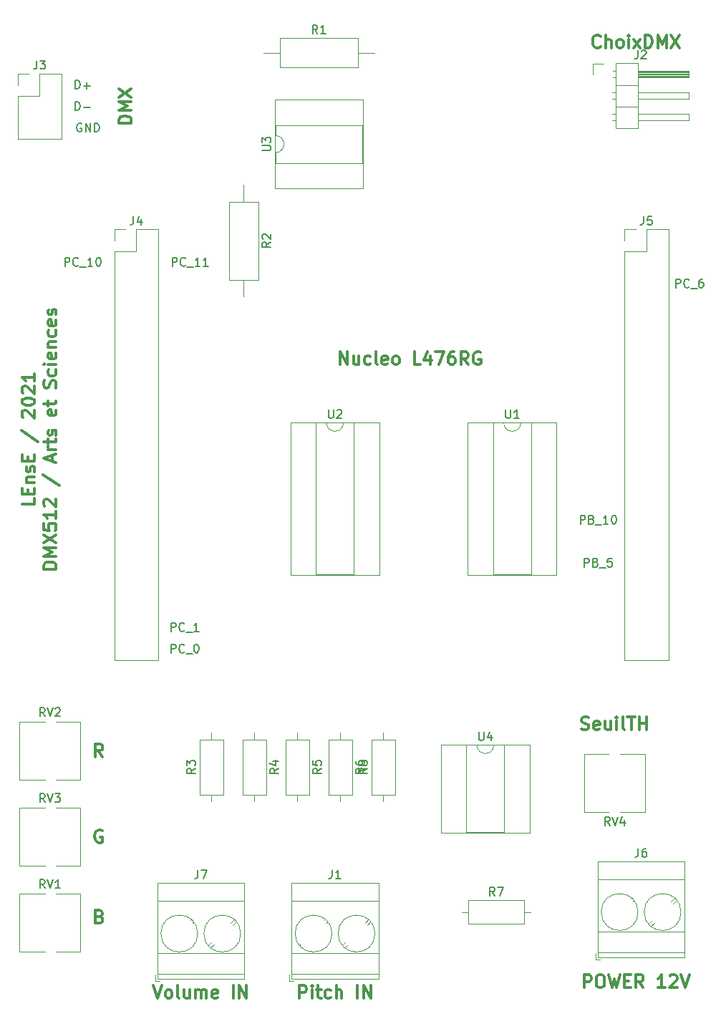
<source format=gbr>
%TF.GenerationSoftware,KiCad,Pcbnew,(5.0.1)-4*%
%TF.CreationDate,2021-03-18T16:30:48+01:00*%
%TF.ProjectId,carteDmx512,6361727465446D783531322E6B696361,rev?*%
%TF.SameCoordinates,Original*%
%TF.FileFunction,Legend,Top*%
%TF.FilePolarity,Positive*%
%FSLAX46Y46*%
G04 Gerber Fmt 4.6, Leading zero omitted, Abs format (unit mm)*
G04 Created by KiCad (PCBNEW (5.0.1)-4) date 18/03/2021 16:30:48*
%MOMM*%
%LPD*%
G01*
G04 APERTURE LIST*
%ADD10C,0.300000*%
%ADD11C,0.150000*%
%ADD12C,0.120000*%
G04 APERTURE END LIST*
D10*
X205783571Y-59749285D02*
X204283571Y-59749285D01*
X204283571Y-59392142D01*
X204355000Y-59177857D01*
X204497857Y-59035000D01*
X204640714Y-58963571D01*
X204926428Y-58892142D01*
X205140714Y-58892142D01*
X205426428Y-58963571D01*
X205569285Y-59035000D01*
X205712142Y-59177857D01*
X205783571Y-59392142D01*
X205783571Y-59749285D01*
X205783571Y-58249285D02*
X204283571Y-58249285D01*
X205355000Y-57749285D01*
X204283571Y-57249285D01*
X205783571Y-57249285D01*
X204283571Y-56677857D02*
X205783571Y-55677857D01*
X204283571Y-55677857D02*
X205783571Y-56677857D01*
X261251428Y-50700714D02*
X261180000Y-50772142D01*
X260965714Y-50843571D01*
X260822857Y-50843571D01*
X260608571Y-50772142D01*
X260465714Y-50629285D01*
X260394285Y-50486428D01*
X260322857Y-50200714D01*
X260322857Y-49986428D01*
X260394285Y-49700714D01*
X260465714Y-49557857D01*
X260608571Y-49415000D01*
X260822857Y-49343571D01*
X260965714Y-49343571D01*
X261180000Y-49415000D01*
X261251428Y-49486428D01*
X261894285Y-50843571D02*
X261894285Y-49343571D01*
X262537142Y-50843571D02*
X262537142Y-50057857D01*
X262465714Y-49915000D01*
X262322857Y-49843571D01*
X262108571Y-49843571D01*
X261965714Y-49915000D01*
X261894285Y-49986428D01*
X263465714Y-50843571D02*
X263322857Y-50772142D01*
X263251428Y-50700714D01*
X263180000Y-50557857D01*
X263180000Y-50129285D01*
X263251428Y-49986428D01*
X263322857Y-49915000D01*
X263465714Y-49843571D01*
X263680000Y-49843571D01*
X263822857Y-49915000D01*
X263894285Y-49986428D01*
X263965714Y-50129285D01*
X263965714Y-50557857D01*
X263894285Y-50700714D01*
X263822857Y-50772142D01*
X263680000Y-50843571D01*
X263465714Y-50843571D01*
X264608571Y-50843571D02*
X264608571Y-49843571D01*
X264608571Y-49343571D02*
X264537142Y-49415000D01*
X264608571Y-49486428D01*
X264680000Y-49415000D01*
X264608571Y-49343571D01*
X264608571Y-49486428D01*
X265180000Y-50843571D02*
X265965714Y-49843571D01*
X265180000Y-49843571D02*
X265965714Y-50843571D01*
X266537142Y-50843571D02*
X266537142Y-49343571D01*
X266894285Y-49343571D01*
X267108571Y-49415000D01*
X267251428Y-49557857D01*
X267322857Y-49700714D01*
X267394285Y-49986428D01*
X267394285Y-50200714D01*
X267322857Y-50486428D01*
X267251428Y-50629285D01*
X267108571Y-50772142D01*
X266894285Y-50843571D01*
X266537142Y-50843571D01*
X268037142Y-50843571D02*
X268037142Y-49343571D01*
X268537142Y-50415000D01*
X269037142Y-49343571D01*
X269037142Y-50843571D01*
X269608571Y-49343571D02*
X270608571Y-50843571D01*
X270608571Y-49343571D02*
X269608571Y-50843571D01*
X230474285Y-88308571D02*
X230474285Y-86808571D01*
X231331428Y-88308571D01*
X231331428Y-86808571D01*
X232688571Y-87308571D02*
X232688571Y-88308571D01*
X232045714Y-87308571D02*
X232045714Y-88094285D01*
X232117142Y-88237142D01*
X232260000Y-88308571D01*
X232474285Y-88308571D01*
X232617142Y-88237142D01*
X232688571Y-88165714D01*
X234045714Y-88237142D02*
X233902857Y-88308571D01*
X233617142Y-88308571D01*
X233474285Y-88237142D01*
X233402857Y-88165714D01*
X233331428Y-88022857D01*
X233331428Y-87594285D01*
X233402857Y-87451428D01*
X233474285Y-87380000D01*
X233617142Y-87308571D01*
X233902857Y-87308571D01*
X234045714Y-87380000D01*
X234902857Y-88308571D02*
X234760000Y-88237142D01*
X234688571Y-88094285D01*
X234688571Y-86808571D01*
X236045714Y-88237142D02*
X235902857Y-88308571D01*
X235617142Y-88308571D01*
X235474285Y-88237142D01*
X235402857Y-88094285D01*
X235402857Y-87522857D01*
X235474285Y-87380000D01*
X235617142Y-87308571D01*
X235902857Y-87308571D01*
X236045714Y-87380000D01*
X236117142Y-87522857D01*
X236117142Y-87665714D01*
X235402857Y-87808571D01*
X236974285Y-88308571D02*
X236831428Y-88237142D01*
X236760000Y-88165714D01*
X236688571Y-88022857D01*
X236688571Y-87594285D01*
X236760000Y-87451428D01*
X236831428Y-87380000D01*
X236974285Y-87308571D01*
X237188571Y-87308571D01*
X237331428Y-87380000D01*
X237402857Y-87451428D01*
X237474285Y-87594285D01*
X237474285Y-88022857D01*
X237402857Y-88165714D01*
X237331428Y-88237142D01*
X237188571Y-88308571D01*
X236974285Y-88308571D01*
X239974285Y-88308571D02*
X239260000Y-88308571D01*
X239260000Y-86808571D01*
X241117142Y-87308571D02*
X241117142Y-88308571D01*
X240760000Y-86737142D02*
X240402857Y-87808571D01*
X241331428Y-87808571D01*
X241760000Y-86808571D02*
X242760000Y-86808571D01*
X242117142Y-88308571D01*
X243974285Y-86808571D02*
X243688571Y-86808571D01*
X243545714Y-86880000D01*
X243474285Y-86951428D01*
X243331428Y-87165714D01*
X243260000Y-87451428D01*
X243260000Y-88022857D01*
X243331428Y-88165714D01*
X243402857Y-88237142D01*
X243545714Y-88308571D01*
X243831428Y-88308571D01*
X243974285Y-88237142D01*
X244045714Y-88165714D01*
X244117142Y-88022857D01*
X244117142Y-87665714D01*
X244045714Y-87522857D01*
X243974285Y-87451428D01*
X243831428Y-87380000D01*
X243545714Y-87380000D01*
X243402857Y-87451428D01*
X243331428Y-87522857D01*
X243260000Y-87665714D01*
X245617142Y-88308571D02*
X245117142Y-87594285D01*
X244760000Y-88308571D02*
X244760000Y-86808571D01*
X245331428Y-86808571D01*
X245474285Y-86880000D01*
X245545714Y-86951428D01*
X245617142Y-87094285D01*
X245617142Y-87308571D01*
X245545714Y-87451428D01*
X245474285Y-87522857D01*
X245331428Y-87594285D01*
X244760000Y-87594285D01*
X247045714Y-86880000D02*
X246902857Y-86808571D01*
X246688571Y-86808571D01*
X246474285Y-86880000D01*
X246331428Y-87022857D01*
X246260000Y-87165714D01*
X246188571Y-87451428D01*
X246188571Y-87665714D01*
X246260000Y-87951428D01*
X246331428Y-88094285D01*
X246474285Y-88237142D01*
X246688571Y-88308571D01*
X246831428Y-88308571D01*
X247045714Y-88237142D01*
X247117142Y-88165714D01*
X247117142Y-87665714D01*
X246831428Y-87665714D01*
X259032857Y-131417142D02*
X259247142Y-131488571D01*
X259604285Y-131488571D01*
X259747142Y-131417142D01*
X259818571Y-131345714D01*
X259890000Y-131202857D01*
X259890000Y-131060000D01*
X259818571Y-130917142D01*
X259747142Y-130845714D01*
X259604285Y-130774285D01*
X259318571Y-130702857D01*
X259175714Y-130631428D01*
X259104285Y-130560000D01*
X259032857Y-130417142D01*
X259032857Y-130274285D01*
X259104285Y-130131428D01*
X259175714Y-130060000D01*
X259318571Y-129988571D01*
X259675714Y-129988571D01*
X259890000Y-130060000D01*
X261104285Y-131417142D02*
X260961428Y-131488571D01*
X260675714Y-131488571D01*
X260532857Y-131417142D01*
X260461428Y-131274285D01*
X260461428Y-130702857D01*
X260532857Y-130560000D01*
X260675714Y-130488571D01*
X260961428Y-130488571D01*
X261104285Y-130560000D01*
X261175714Y-130702857D01*
X261175714Y-130845714D01*
X260461428Y-130988571D01*
X262461428Y-130488571D02*
X262461428Y-131488571D01*
X261818571Y-130488571D02*
X261818571Y-131274285D01*
X261890000Y-131417142D01*
X262032857Y-131488571D01*
X262247142Y-131488571D01*
X262390000Y-131417142D01*
X262461428Y-131345714D01*
X263175714Y-131488571D02*
X263175714Y-130488571D01*
X263175714Y-129988571D02*
X263104285Y-130060000D01*
X263175714Y-130131428D01*
X263247142Y-130060000D01*
X263175714Y-129988571D01*
X263175714Y-130131428D01*
X264104285Y-131488571D02*
X263961428Y-131417142D01*
X263890000Y-131274285D01*
X263890000Y-129988571D01*
X264461428Y-129988571D02*
X265318571Y-129988571D01*
X264890000Y-131488571D02*
X264890000Y-129988571D01*
X265818571Y-131488571D02*
X265818571Y-129988571D01*
X265818571Y-130702857D02*
X266675714Y-130702857D01*
X266675714Y-131488571D02*
X266675714Y-129988571D01*
X202037142Y-153562857D02*
X202251428Y-153634285D01*
X202322857Y-153705714D01*
X202394285Y-153848571D01*
X202394285Y-154062857D01*
X202322857Y-154205714D01*
X202251428Y-154277142D01*
X202108571Y-154348571D01*
X201537142Y-154348571D01*
X201537142Y-152848571D01*
X202037142Y-152848571D01*
X202180000Y-152920000D01*
X202251428Y-152991428D01*
X202322857Y-153134285D01*
X202322857Y-153277142D01*
X202251428Y-153420000D01*
X202180000Y-153491428D01*
X202037142Y-153562857D01*
X201537142Y-153562857D01*
X202322857Y-143395000D02*
X202180000Y-143323571D01*
X201965714Y-143323571D01*
X201751428Y-143395000D01*
X201608571Y-143537857D01*
X201537142Y-143680714D01*
X201465714Y-143966428D01*
X201465714Y-144180714D01*
X201537142Y-144466428D01*
X201608571Y-144609285D01*
X201751428Y-144752142D01*
X201965714Y-144823571D01*
X202108571Y-144823571D01*
X202322857Y-144752142D01*
X202394285Y-144680714D01*
X202394285Y-144180714D01*
X202108571Y-144180714D01*
X202394285Y-134663571D02*
X201894285Y-133949285D01*
X201537142Y-134663571D02*
X201537142Y-133163571D01*
X202108571Y-133163571D01*
X202251428Y-133235000D01*
X202322857Y-133306428D01*
X202394285Y-133449285D01*
X202394285Y-133663571D01*
X202322857Y-133806428D01*
X202251428Y-133877857D01*
X202108571Y-133949285D01*
X201537142Y-133949285D01*
X259322857Y-161968571D02*
X259322857Y-160468571D01*
X259894285Y-160468571D01*
X260037142Y-160540000D01*
X260108571Y-160611428D01*
X260180000Y-160754285D01*
X260180000Y-160968571D01*
X260108571Y-161111428D01*
X260037142Y-161182857D01*
X259894285Y-161254285D01*
X259322857Y-161254285D01*
X261108571Y-160468571D02*
X261394285Y-160468571D01*
X261537142Y-160540000D01*
X261680000Y-160682857D01*
X261751428Y-160968571D01*
X261751428Y-161468571D01*
X261680000Y-161754285D01*
X261537142Y-161897142D01*
X261394285Y-161968571D01*
X261108571Y-161968571D01*
X260965714Y-161897142D01*
X260822857Y-161754285D01*
X260751428Y-161468571D01*
X260751428Y-160968571D01*
X260822857Y-160682857D01*
X260965714Y-160540000D01*
X261108571Y-160468571D01*
X262251428Y-160468571D02*
X262608571Y-161968571D01*
X262894285Y-160897142D01*
X263180000Y-161968571D01*
X263537142Y-160468571D01*
X264108571Y-161182857D02*
X264608571Y-161182857D01*
X264822857Y-161968571D02*
X264108571Y-161968571D01*
X264108571Y-160468571D01*
X264822857Y-160468571D01*
X266322857Y-161968571D02*
X265822857Y-161254285D01*
X265465714Y-161968571D02*
X265465714Y-160468571D01*
X266037142Y-160468571D01*
X266180000Y-160540000D01*
X266251428Y-160611428D01*
X266322857Y-160754285D01*
X266322857Y-160968571D01*
X266251428Y-161111428D01*
X266180000Y-161182857D01*
X266037142Y-161254285D01*
X265465714Y-161254285D01*
X268894285Y-161968571D02*
X268037142Y-161968571D01*
X268465714Y-161968571D02*
X268465714Y-160468571D01*
X268322857Y-160682857D01*
X268180000Y-160825714D01*
X268037142Y-160897142D01*
X269465714Y-160611428D02*
X269537142Y-160540000D01*
X269680000Y-160468571D01*
X270037142Y-160468571D01*
X270180000Y-160540000D01*
X270251428Y-160611428D01*
X270322857Y-160754285D01*
X270322857Y-160897142D01*
X270251428Y-161111428D01*
X269394285Y-161968571D01*
X270322857Y-161968571D01*
X270751428Y-160468571D02*
X271251428Y-161968571D01*
X271751428Y-160468571D01*
X225655714Y-163238571D02*
X225655714Y-161738571D01*
X226227142Y-161738571D01*
X226370000Y-161810000D01*
X226441428Y-161881428D01*
X226512857Y-162024285D01*
X226512857Y-162238571D01*
X226441428Y-162381428D01*
X226370000Y-162452857D01*
X226227142Y-162524285D01*
X225655714Y-162524285D01*
X227155714Y-163238571D02*
X227155714Y-162238571D01*
X227155714Y-161738571D02*
X227084285Y-161810000D01*
X227155714Y-161881428D01*
X227227142Y-161810000D01*
X227155714Y-161738571D01*
X227155714Y-161881428D01*
X227655714Y-162238571D02*
X228227142Y-162238571D01*
X227870000Y-161738571D02*
X227870000Y-163024285D01*
X227941428Y-163167142D01*
X228084285Y-163238571D01*
X228227142Y-163238571D01*
X229370000Y-163167142D02*
X229227142Y-163238571D01*
X228941428Y-163238571D01*
X228798571Y-163167142D01*
X228727142Y-163095714D01*
X228655714Y-162952857D01*
X228655714Y-162524285D01*
X228727142Y-162381428D01*
X228798571Y-162310000D01*
X228941428Y-162238571D01*
X229227142Y-162238571D01*
X229370000Y-162310000D01*
X230012857Y-163238571D02*
X230012857Y-161738571D01*
X230655714Y-163238571D02*
X230655714Y-162452857D01*
X230584285Y-162310000D01*
X230441428Y-162238571D01*
X230227142Y-162238571D01*
X230084285Y-162310000D01*
X230012857Y-162381428D01*
X232512857Y-163238571D02*
X232512857Y-161738571D01*
X233227142Y-163238571D02*
X233227142Y-161738571D01*
X234084285Y-163238571D01*
X234084285Y-161738571D01*
X208387857Y-161738571D02*
X208887857Y-163238571D01*
X209387857Y-161738571D01*
X210102142Y-163238571D02*
X209959285Y-163167142D01*
X209887857Y-163095714D01*
X209816428Y-162952857D01*
X209816428Y-162524285D01*
X209887857Y-162381428D01*
X209959285Y-162310000D01*
X210102142Y-162238571D01*
X210316428Y-162238571D01*
X210459285Y-162310000D01*
X210530714Y-162381428D01*
X210602142Y-162524285D01*
X210602142Y-162952857D01*
X210530714Y-163095714D01*
X210459285Y-163167142D01*
X210316428Y-163238571D01*
X210102142Y-163238571D01*
X211459285Y-163238571D02*
X211316428Y-163167142D01*
X211245000Y-163024285D01*
X211245000Y-161738571D01*
X212673571Y-162238571D02*
X212673571Y-163238571D01*
X212030714Y-162238571D02*
X212030714Y-163024285D01*
X212102142Y-163167142D01*
X212245000Y-163238571D01*
X212459285Y-163238571D01*
X212602142Y-163167142D01*
X212673571Y-163095714D01*
X213387857Y-163238571D02*
X213387857Y-162238571D01*
X213387857Y-162381428D02*
X213459285Y-162310000D01*
X213602142Y-162238571D01*
X213816428Y-162238571D01*
X213959285Y-162310000D01*
X214030714Y-162452857D01*
X214030714Y-163238571D01*
X214030714Y-162452857D02*
X214102142Y-162310000D01*
X214245000Y-162238571D01*
X214459285Y-162238571D01*
X214602142Y-162310000D01*
X214673571Y-162452857D01*
X214673571Y-163238571D01*
X215959285Y-163167142D02*
X215816428Y-163238571D01*
X215530714Y-163238571D01*
X215387857Y-163167142D01*
X215316428Y-163024285D01*
X215316428Y-162452857D01*
X215387857Y-162310000D01*
X215530714Y-162238571D01*
X215816428Y-162238571D01*
X215959285Y-162310000D01*
X216030714Y-162452857D01*
X216030714Y-162595714D01*
X215316428Y-162738571D01*
X217816428Y-163238571D02*
X217816428Y-161738571D01*
X218530714Y-163238571D02*
X218530714Y-161738571D01*
X219387857Y-163238571D01*
X219387857Y-161738571D01*
X194348571Y-104119285D02*
X194348571Y-104833571D01*
X192848571Y-104833571D01*
X193562857Y-103619285D02*
X193562857Y-103119285D01*
X194348571Y-102905000D02*
X194348571Y-103619285D01*
X192848571Y-103619285D01*
X192848571Y-102905000D01*
X193348571Y-102262142D02*
X194348571Y-102262142D01*
X193491428Y-102262142D02*
X193420000Y-102190714D01*
X193348571Y-102047857D01*
X193348571Y-101833571D01*
X193420000Y-101690714D01*
X193562857Y-101619285D01*
X194348571Y-101619285D01*
X194277142Y-100976428D02*
X194348571Y-100833571D01*
X194348571Y-100547857D01*
X194277142Y-100405000D01*
X194134285Y-100333571D01*
X194062857Y-100333571D01*
X193920000Y-100405000D01*
X193848571Y-100547857D01*
X193848571Y-100762142D01*
X193777142Y-100905000D01*
X193634285Y-100976428D01*
X193562857Y-100976428D01*
X193420000Y-100905000D01*
X193348571Y-100762142D01*
X193348571Y-100547857D01*
X193420000Y-100405000D01*
X193562857Y-99690714D02*
X193562857Y-99190714D01*
X194348571Y-98976428D02*
X194348571Y-99690714D01*
X192848571Y-99690714D01*
X192848571Y-98976428D01*
X192777142Y-96119285D02*
X194705714Y-97405000D01*
X192991428Y-94547857D02*
X192920000Y-94476428D01*
X192848571Y-94333571D01*
X192848571Y-93976428D01*
X192920000Y-93833571D01*
X192991428Y-93762142D01*
X193134285Y-93690714D01*
X193277142Y-93690714D01*
X193491428Y-93762142D01*
X194348571Y-94619285D01*
X194348571Y-93690714D01*
X192848571Y-92762142D02*
X192848571Y-92619285D01*
X192920000Y-92476428D01*
X192991428Y-92405000D01*
X193134285Y-92333571D01*
X193420000Y-92262142D01*
X193777142Y-92262142D01*
X194062857Y-92333571D01*
X194205714Y-92405000D01*
X194277142Y-92476428D01*
X194348571Y-92619285D01*
X194348571Y-92762142D01*
X194277142Y-92905000D01*
X194205714Y-92976428D01*
X194062857Y-93047857D01*
X193777142Y-93119285D01*
X193420000Y-93119285D01*
X193134285Y-93047857D01*
X192991428Y-92976428D01*
X192920000Y-92905000D01*
X192848571Y-92762142D01*
X192991428Y-91690714D02*
X192920000Y-91619285D01*
X192848571Y-91476428D01*
X192848571Y-91119285D01*
X192920000Y-90976428D01*
X192991428Y-90905000D01*
X193134285Y-90833571D01*
X193277142Y-90833571D01*
X193491428Y-90905000D01*
X194348571Y-91762142D01*
X194348571Y-90833571D01*
X194348571Y-89405000D02*
X194348571Y-90262142D01*
X194348571Y-89833571D02*
X192848571Y-89833571D01*
X193062857Y-89976428D01*
X193205714Y-90119285D01*
X193277142Y-90262142D01*
X196898571Y-112476428D02*
X195398571Y-112476428D01*
X195398571Y-112119285D01*
X195470000Y-111905000D01*
X195612857Y-111762142D01*
X195755714Y-111690714D01*
X196041428Y-111619285D01*
X196255714Y-111619285D01*
X196541428Y-111690714D01*
X196684285Y-111762142D01*
X196827142Y-111905000D01*
X196898571Y-112119285D01*
X196898571Y-112476428D01*
X196898571Y-110976428D02*
X195398571Y-110976428D01*
X196470000Y-110476428D01*
X195398571Y-109976428D01*
X196898571Y-109976428D01*
X195398571Y-109405000D02*
X196898571Y-108405000D01*
X195398571Y-108405000D02*
X196898571Y-109405000D01*
X195398571Y-107119285D02*
X195398571Y-107833571D01*
X196112857Y-107905000D01*
X196041428Y-107833571D01*
X195970000Y-107690714D01*
X195970000Y-107333571D01*
X196041428Y-107190714D01*
X196112857Y-107119285D01*
X196255714Y-107047857D01*
X196612857Y-107047857D01*
X196755714Y-107119285D01*
X196827142Y-107190714D01*
X196898571Y-107333571D01*
X196898571Y-107690714D01*
X196827142Y-107833571D01*
X196755714Y-107905000D01*
X196898571Y-105619285D02*
X196898571Y-106476428D01*
X196898571Y-106047857D02*
X195398571Y-106047857D01*
X195612857Y-106190714D01*
X195755714Y-106333571D01*
X195827142Y-106476428D01*
X195541428Y-105047857D02*
X195470000Y-104976428D01*
X195398571Y-104833571D01*
X195398571Y-104476428D01*
X195470000Y-104333571D01*
X195541428Y-104262142D01*
X195684285Y-104190714D01*
X195827142Y-104190714D01*
X196041428Y-104262142D01*
X196898571Y-105119285D01*
X196898571Y-104190714D01*
X195327142Y-101333571D02*
X197255714Y-102619285D01*
X196470000Y-99762142D02*
X196470000Y-99047857D01*
X196898571Y-99905000D02*
X195398571Y-99405000D01*
X196898571Y-98905000D01*
X196898571Y-98405000D02*
X195898571Y-98405000D01*
X196184285Y-98405000D02*
X196041428Y-98333571D01*
X195970000Y-98262142D01*
X195898571Y-98119285D01*
X195898571Y-97976428D01*
X195898571Y-97690714D02*
X195898571Y-97119285D01*
X195398571Y-97476428D02*
X196684285Y-97476428D01*
X196827142Y-97405000D01*
X196898571Y-97262142D01*
X196898571Y-97119285D01*
X196827142Y-96690714D02*
X196898571Y-96547857D01*
X196898571Y-96262142D01*
X196827142Y-96119285D01*
X196684285Y-96047857D01*
X196612857Y-96047857D01*
X196470000Y-96119285D01*
X196398571Y-96262142D01*
X196398571Y-96476428D01*
X196327142Y-96619285D01*
X196184285Y-96690714D01*
X196112857Y-96690714D01*
X195970000Y-96619285D01*
X195898571Y-96476428D01*
X195898571Y-96262142D01*
X195970000Y-96119285D01*
X196827142Y-93690714D02*
X196898571Y-93833571D01*
X196898571Y-94119285D01*
X196827142Y-94262142D01*
X196684285Y-94333571D01*
X196112857Y-94333571D01*
X195970000Y-94262142D01*
X195898571Y-94119285D01*
X195898571Y-93833571D01*
X195970000Y-93690714D01*
X196112857Y-93619285D01*
X196255714Y-93619285D01*
X196398571Y-94333571D01*
X195898571Y-93190714D02*
X195898571Y-92619285D01*
X195398571Y-92976428D02*
X196684285Y-92976428D01*
X196827142Y-92905000D01*
X196898571Y-92762142D01*
X196898571Y-92619285D01*
X196827142Y-91047857D02*
X196898571Y-90833571D01*
X196898571Y-90476428D01*
X196827142Y-90333571D01*
X196755714Y-90262142D01*
X196612857Y-90190714D01*
X196470000Y-90190714D01*
X196327142Y-90262142D01*
X196255714Y-90333571D01*
X196184285Y-90476428D01*
X196112857Y-90762142D01*
X196041428Y-90905000D01*
X195970000Y-90976428D01*
X195827142Y-91047857D01*
X195684285Y-91047857D01*
X195541428Y-90976428D01*
X195470000Y-90905000D01*
X195398571Y-90762142D01*
X195398571Y-90405000D01*
X195470000Y-90190714D01*
X196827142Y-88905000D02*
X196898571Y-89047857D01*
X196898571Y-89333571D01*
X196827142Y-89476428D01*
X196755714Y-89547857D01*
X196612857Y-89619285D01*
X196184285Y-89619285D01*
X196041428Y-89547857D01*
X195970000Y-89476428D01*
X195898571Y-89333571D01*
X195898571Y-89047857D01*
X195970000Y-88905000D01*
X196898571Y-88262142D02*
X195898571Y-88262142D01*
X195398571Y-88262142D02*
X195470000Y-88333571D01*
X195541428Y-88262142D01*
X195470000Y-88190714D01*
X195398571Y-88262142D01*
X195541428Y-88262142D01*
X196827142Y-86976428D02*
X196898571Y-87119285D01*
X196898571Y-87405000D01*
X196827142Y-87547857D01*
X196684285Y-87619285D01*
X196112857Y-87619285D01*
X195970000Y-87547857D01*
X195898571Y-87405000D01*
X195898571Y-87119285D01*
X195970000Y-86976428D01*
X196112857Y-86905000D01*
X196255714Y-86905000D01*
X196398571Y-87619285D01*
X195898571Y-86262142D02*
X196898571Y-86262142D01*
X196041428Y-86262142D02*
X195970000Y-86190714D01*
X195898571Y-86047857D01*
X195898571Y-85833571D01*
X195970000Y-85690714D01*
X196112857Y-85619285D01*
X196898571Y-85619285D01*
X196827142Y-84262142D02*
X196898571Y-84405000D01*
X196898571Y-84690714D01*
X196827142Y-84833571D01*
X196755714Y-84905000D01*
X196612857Y-84976428D01*
X196184285Y-84976428D01*
X196041428Y-84905000D01*
X195970000Y-84833571D01*
X195898571Y-84690714D01*
X195898571Y-84405000D01*
X195970000Y-84262142D01*
X196827142Y-83047857D02*
X196898571Y-83190714D01*
X196898571Y-83476428D01*
X196827142Y-83619285D01*
X196684285Y-83690714D01*
X196112857Y-83690714D01*
X195970000Y-83619285D01*
X195898571Y-83476428D01*
X195898571Y-83190714D01*
X195970000Y-83047857D01*
X196112857Y-82976428D01*
X196255714Y-82976428D01*
X196398571Y-83690714D01*
X196827142Y-82405000D02*
X196898571Y-82262142D01*
X196898571Y-81976428D01*
X196827142Y-81833571D01*
X196684285Y-81762142D01*
X196612857Y-81762142D01*
X196470000Y-81833571D01*
X196398571Y-81976428D01*
X196398571Y-82190714D01*
X196327142Y-82333571D01*
X196184285Y-82405000D01*
X196112857Y-82405000D01*
X195970000Y-82333571D01*
X195898571Y-82190714D01*
X195898571Y-81976428D01*
X195970000Y-81833571D01*
D11*
X258889761Y-107132380D02*
X258889761Y-106132380D01*
X259270714Y-106132380D01*
X259365952Y-106180000D01*
X259413571Y-106227619D01*
X259461190Y-106322857D01*
X259461190Y-106465714D01*
X259413571Y-106560952D01*
X259365952Y-106608571D01*
X259270714Y-106656190D01*
X258889761Y-106656190D01*
X260223095Y-106608571D02*
X260365952Y-106656190D01*
X260413571Y-106703809D01*
X260461190Y-106799047D01*
X260461190Y-106941904D01*
X260413571Y-107037142D01*
X260365952Y-107084761D01*
X260270714Y-107132380D01*
X259889761Y-107132380D01*
X259889761Y-106132380D01*
X260223095Y-106132380D01*
X260318333Y-106180000D01*
X260365952Y-106227619D01*
X260413571Y-106322857D01*
X260413571Y-106418095D01*
X260365952Y-106513333D01*
X260318333Y-106560952D01*
X260223095Y-106608571D01*
X259889761Y-106608571D01*
X260651666Y-107227619D02*
X261413571Y-107227619D01*
X262175476Y-107132380D02*
X261604047Y-107132380D01*
X261889761Y-107132380D02*
X261889761Y-106132380D01*
X261794523Y-106275238D01*
X261699285Y-106370476D01*
X261604047Y-106418095D01*
X262794523Y-106132380D02*
X262889761Y-106132380D01*
X262985000Y-106180000D01*
X263032619Y-106227619D01*
X263080238Y-106322857D01*
X263127857Y-106513333D01*
X263127857Y-106751428D01*
X263080238Y-106941904D01*
X263032619Y-107037142D01*
X262985000Y-107084761D01*
X262889761Y-107132380D01*
X262794523Y-107132380D01*
X262699285Y-107084761D01*
X262651666Y-107037142D01*
X262604047Y-106941904D01*
X262556428Y-106751428D01*
X262556428Y-106513333D01*
X262604047Y-106322857D01*
X262651666Y-106227619D01*
X262699285Y-106180000D01*
X262794523Y-106132380D01*
X259365952Y-112212380D02*
X259365952Y-111212380D01*
X259746904Y-111212380D01*
X259842142Y-111260000D01*
X259889761Y-111307619D01*
X259937380Y-111402857D01*
X259937380Y-111545714D01*
X259889761Y-111640952D01*
X259842142Y-111688571D01*
X259746904Y-111736190D01*
X259365952Y-111736190D01*
X260699285Y-111688571D02*
X260842142Y-111736190D01*
X260889761Y-111783809D01*
X260937380Y-111879047D01*
X260937380Y-112021904D01*
X260889761Y-112117142D01*
X260842142Y-112164761D01*
X260746904Y-112212380D01*
X260365952Y-112212380D01*
X260365952Y-111212380D01*
X260699285Y-111212380D01*
X260794523Y-111260000D01*
X260842142Y-111307619D01*
X260889761Y-111402857D01*
X260889761Y-111498095D01*
X260842142Y-111593333D01*
X260794523Y-111640952D01*
X260699285Y-111688571D01*
X260365952Y-111688571D01*
X261127857Y-112307619D02*
X261889761Y-112307619D01*
X262604047Y-111212380D02*
X262127857Y-111212380D01*
X262080238Y-111688571D01*
X262127857Y-111640952D01*
X262223095Y-111593333D01*
X262461190Y-111593333D01*
X262556428Y-111640952D01*
X262604047Y-111688571D01*
X262651666Y-111783809D01*
X262651666Y-112021904D01*
X262604047Y-112117142D01*
X262556428Y-112164761D01*
X262461190Y-112212380D01*
X262223095Y-112212380D01*
X262127857Y-112164761D01*
X262080238Y-112117142D01*
X270160952Y-79192380D02*
X270160952Y-78192380D01*
X270541904Y-78192380D01*
X270637142Y-78240000D01*
X270684761Y-78287619D01*
X270732380Y-78382857D01*
X270732380Y-78525714D01*
X270684761Y-78620952D01*
X270637142Y-78668571D01*
X270541904Y-78716190D01*
X270160952Y-78716190D01*
X271732380Y-79097142D02*
X271684761Y-79144761D01*
X271541904Y-79192380D01*
X271446666Y-79192380D01*
X271303809Y-79144761D01*
X271208571Y-79049523D01*
X271160952Y-78954285D01*
X271113333Y-78763809D01*
X271113333Y-78620952D01*
X271160952Y-78430476D01*
X271208571Y-78335238D01*
X271303809Y-78240000D01*
X271446666Y-78192380D01*
X271541904Y-78192380D01*
X271684761Y-78240000D01*
X271732380Y-78287619D01*
X271922857Y-79287619D02*
X272684761Y-79287619D01*
X273351428Y-78192380D02*
X273160952Y-78192380D01*
X273065714Y-78240000D01*
X273018095Y-78287619D01*
X272922857Y-78430476D01*
X272875238Y-78620952D01*
X272875238Y-79001904D01*
X272922857Y-79097142D01*
X272970476Y-79144761D01*
X273065714Y-79192380D01*
X273256190Y-79192380D01*
X273351428Y-79144761D01*
X273399047Y-79097142D01*
X273446666Y-79001904D01*
X273446666Y-78763809D01*
X273399047Y-78668571D01*
X273351428Y-78620952D01*
X273256190Y-78573333D01*
X273065714Y-78573333D01*
X272970476Y-78620952D01*
X272922857Y-78668571D01*
X272875238Y-78763809D01*
X199144047Y-58237380D02*
X199144047Y-57237380D01*
X199382142Y-57237380D01*
X199525000Y-57285000D01*
X199620238Y-57380238D01*
X199667857Y-57475476D01*
X199715476Y-57665952D01*
X199715476Y-57808809D01*
X199667857Y-57999285D01*
X199620238Y-58094523D01*
X199525000Y-58189761D01*
X199382142Y-58237380D01*
X199144047Y-58237380D01*
X200144047Y-57856428D02*
X200905952Y-57856428D01*
X199144047Y-55697380D02*
X199144047Y-54697380D01*
X199382142Y-54697380D01*
X199525000Y-54745000D01*
X199620238Y-54840238D01*
X199667857Y-54935476D01*
X199715476Y-55125952D01*
X199715476Y-55268809D01*
X199667857Y-55459285D01*
X199620238Y-55554523D01*
X199525000Y-55649761D01*
X199382142Y-55697380D01*
X199144047Y-55697380D01*
X200144047Y-55316428D02*
X200905952Y-55316428D01*
X200525000Y-55697380D02*
X200525000Y-54935476D01*
X199898095Y-59825000D02*
X199802857Y-59777380D01*
X199660000Y-59777380D01*
X199517142Y-59825000D01*
X199421904Y-59920238D01*
X199374285Y-60015476D01*
X199326666Y-60205952D01*
X199326666Y-60348809D01*
X199374285Y-60539285D01*
X199421904Y-60634523D01*
X199517142Y-60729761D01*
X199660000Y-60777380D01*
X199755238Y-60777380D01*
X199898095Y-60729761D01*
X199945714Y-60682142D01*
X199945714Y-60348809D01*
X199755238Y-60348809D01*
X200374285Y-60777380D02*
X200374285Y-59777380D01*
X200945714Y-60777380D01*
X200945714Y-59777380D01*
X201421904Y-60777380D02*
X201421904Y-59777380D01*
X201660000Y-59777380D01*
X201802857Y-59825000D01*
X201898095Y-59920238D01*
X201945714Y-60015476D01*
X201993333Y-60205952D01*
X201993333Y-60348809D01*
X201945714Y-60539285D01*
X201898095Y-60634523D01*
X201802857Y-60729761D01*
X201660000Y-60777380D01*
X201421904Y-60777380D01*
X210629761Y-76652380D02*
X210629761Y-75652380D01*
X211010714Y-75652380D01*
X211105952Y-75700000D01*
X211153571Y-75747619D01*
X211201190Y-75842857D01*
X211201190Y-75985714D01*
X211153571Y-76080952D01*
X211105952Y-76128571D01*
X211010714Y-76176190D01*
X210629761Y-76176190D01*
X212201190Y-76557142D02*
X212153571Y-76604761D01*
X212010714Y-76652380D01*
X211915476Y-76652380D01*
X211772619Y-76604761D01*
X211677380Y-76509523D01*
X211629761Y-76414285D01*
X211582142Y-76223809D01*
X211582142Y-76080952D01*
X211629761Y-75890476D01*
X211677380Y-75795238D01*
X211772619Y-75700000D01*
X211915476Y-75652380D01*
X212010714Y-75652380D01*
X212153571Y-75700000D01*
X212201190Y-75747619D01*
X212391666Y-76747619D02*
X213153571Y-76747619D01*
X213915476Y-76652380D02*
X213344047Y-76652380D01*
X213629761Y-76652380D02*
X213629761Y-75652380D01*
X213534523Y-75795238D01*
X213439285Y-75890476D01*
X213344047Y-75938095D01*
X214867857Y-76652380D02*
X214296428Y-76652380D01*
X214582142Y-76652380D02*
X214582142Y-75652380D01*
X214486904Y-75795238D01*
X214391666Y-75890476D01*
X214296428Y-75938095D01*
X197929761Y-76652380D02*
X197929761Y-75652380D01*
X198310714Y-75652380D01*
X198405952Y-75700000D01*
X198453571Y-75747619D01*
X198501190Y-75842857D01*
X198501190Y-75985714D01*
X198453571Y-76080952D01*
X198405952Y-76128571D01*
X198310714Y-76176190D01*
X197929761Y-76176190D01*
X199501190Y-76557142D02*
X199453571Y-76604761D01*
X199310714Y-76652380D01*
X199215476Y-76652380D01*
X199072619Y-76604761D01*
X198977380Y-76509523D01*
X198929761Y-76414285D01*
X198882142Y-76223809D01*
X198882142Y-76080952D01*
X198929761Y-75890476D01*
X198977380Y-75795238D01*
X199072619Y-75700000D01*
X199215476Y-75652380D01*
X199310714Y-75652380D01*
X199453571Y-75700000D01*
X199501190Y-75747619D01*
X199691666Y-76747619D02*
X200453571Y-76747619D01*
X201215476Y-76652380D02*
X200644047Y-76652380D01*
X200929761Y-76652380D02*
X200929761Y-75652380D01*
X200834523Y-75795238D01*
X200739285Y-75890476D01*
X200644047Y-75938095D01*
X201834523Y-75652380D02*
X201929761Y-75652380D01*
X202025000Y-75700000D01*
X202072619Y-75747619D01*
X202120238Y-75842857D01*
X202167857Y-76033333D01*
X202167857Y-76271428D01*
X202120238Y-76461904D01*
X202072619Y-76557142D01*
X202025000Y-76604761D01*
X201929761Y-76652380D01*
X201834523Y-76652380D01*
X201739285Y-76604761D01*
X201691666Y-76557142D01*
X201644047Y-76461904D01*
X201596428Y-76271428D01*
X201596428Y-76033333D01*
X201644047Y-75842857D01*
X201691666Y-75747619D01*
X201739285Y-75700000D01*
X201834523Y-75652380D01*
X210470952Y-119832380D02*
X210470952Y-118832380D01*
X210851904Y-118832380D01*
X210947142Y-118880000D01*
X210994761Y-118927619D01*
X211042380Y-119022857D01*
X211042380Y-119165714D01*
X210994761Y-119260952D01*
X210947142Y-119308571D01*
X210851904Y-119356190D01*
X210470952Y-119356190D01*
X212042380Y-119737142D02*
X211994761Y-119784761D01*
X211851904Y-119832380D01*
X211756666Y-119832380D01*
X211613809Y-119784761D01*
X211518571Y-119689523D01*
X211470952Y-119594285D01*
X211423333Y-119403809D01*
X211423333Y-119260952D01*
X211470952Y-119070476D01*
X211518571Y-118975238D01*
X211613809Y-118880000D01*
X211756666Y-118832380D01*
X211851904Y-118832380D01*
X211994761Y-118880000D01*
X212042380Y-118927619D01*
X212232857Y-119927619D02*
X212994761Y-119927619D01*
X213756666Y-119832380D02*
X213185238Y-119832380D01*
X213470952Y-119832380D02*
X213470952Y-118832380D01*
X213375714Y-118975238D01*
X213280476Y-119070476D01*
X213185238Y-119118095D01*
X210470952Y-122372380D02*
X210470952Y-121372380D01*
X210851904Y-121372380D01*
X210947142Y-121420000D01*
X210994761Y-121467619D01*
X211042380Y-121562857D01*
X211042380Y-121705714D01*
X210994761Y-121800952D01*
X210947142Y-121848571D01*
X210851904Y-121896190D01*
X210470952Y-121896190D01*
X212042380Y-122277142D02*
X211994761Y-122324761D01*
X211851904Y-122372380D01*
X211756666Y-122372380D01*
X211613809Y-122324761D01*
X211518571Y-122229523D01*
X211470952Y-122134285D01*
X211423333Y-121943809D01*
X211423333Y-121800952D01*
X211470952Y-121610476D01*
X211518571Y-121515238D01*
X211613809Y-121420000D01*
X211756666Y-121372380D01*
X211851904Y-121372380D01*
X211994761Y-121420000D01*
X212042380Y-121467619D01*
X212232857Y-122467619D02*
X212994761Y-122467619D01*
X213423333Y-121372380D02*
X213518571Y-121372380D01*
X213613809Y-121420000D01*
X213661428Y-121467619D01*
X213709047Y-121562857D01*
X213756666Y-121753333D01*
X213756666Y-121991428D01*
X213709047Y-122181904D01*
X213661428Y-122277142D01*
X213613809Y-122324761D01*
X213518571Y-122372380D01*
X213423333Y-122372380D01*
X213328095Y-122324761D01*
X213280476Y-122277142D01*
X213232857Y-122181904D01*
X213185238Y-121991428D01*
X213185238Y-121753333D01*
X213232857Y-121562857D01*
X213280476Y-121467619D01*
X213328095Y-121420000D01*
X213423333Y-121372380D01*
D12*
%TO.C,U1*%
X251825000Y-95190000D02*
G75*
G02X249825000Y-95190000I-1000000J0D01*
G01*
X249825000Y-95190000D02*
X248575000Y-95190000D01*
X248575000Y-95190000D02*
X248575000Y-113090000D01*
X248575000Y-113090000D02*
X253075000Y-113090000D01*
X253075000Y-113090000D02*
X253075000Y-95190000D01*
X253075000Y-95190000D02*
X251825000Y-95190000D01*
X245575000Y-95130000D02*
X245575000Y-113150000D01*
X245575000Y-113150000D02*
X256075000Y-113150000D01*
X256075000Y-113150000D02*
X256075000Y-95130000D01*
X256075000Y-95130000D02*
X245575000Y-95130000D01*
%TO.C,J4*%
X203775000Y-72330000D02*
X205105000Y-72330000D01*
X203775000Y-73660000D02*
X203775000Y-72330000D01*
X206375000Y-72330000D02*
X208975000Y-72330000D01*
X206375000Y-74930000D02*
X206375000Y-72330000D01*
X203775000Y-74930000D02*
X206375000Y-74930000D01*
X208975000Y-72330000D02*
X208975000Y-123250000D01*
X203775000Y-74930000D02*
X203775000Y-123250000D01*
X203775000Y-123250000D02*
X208975000Y-123250000D01*
%TO.C,J5*%
X264100000Y-123250000D02*
X269300000Y-123250000D01*
X264100000Y-74930000D02*
X264100000Y-123250000D01*
X269300000Y-72330000D02*
X269300000Y-123250000D01*
X264100000Y-74930000D02*
X266700000Y-74930000D01*
X266700000Y-74930000D02*
X266700000Y-72330000D01*
X266700000Y-72330000D02*
X269300000Y-72330000D01*
X264100000Y-73660000D02*
X264100000Y-72330000D01*
X264100000Y-72330000D02*
X265430000Y-72330000D01*
%TO.C,J3*%
X192345000Y-53915000D02*
X193675000Y-53915000D01*
X192345000Y-55245000D02*
X192345000Y-53915000D01*
X194945000Y-53915000D02*
X197545000Y-53915000D01*
X194945000Y-56515000D02*
X194945000Y-53915000D01*
X192345000Y-56515000D02*
X194945000Y-56515000D01*
X197545000Y-53915000D02*
X197545000Y-61655000D01*
X192345000Y-56515000D02*
X192345000Y-61655000D01*
X192345000Y-61655000D02*
X197545000Y-61655000D01*
%TO.C,R1*%
X223345000Y-49715000D02*
X223345000Y-53155000D01*
X223345000Y-53155000D02*
X232585000Y-53155000D01*
X232585000Y-53155000D02*
X232585000Y-49715000D01*
X232585000Y-49715000D02*
X223345000Y-49715000D01*
X221385000Y-51435000D02*
X223345000Y-51435000D01*
X234545000Y-51435000D02*
X232585000Y-51435000D01*
%TO.C,R2*%
X219075000Y-80240000D02*
X219075000Y-78280000D01*
X219075000Y-67080000D02*
X219075000Y-69040000D01*
X220795000Y-78280000D02*
X220795000Y-69040000D01*
X217355000Y-78280000D02*
X220795000Y-78280000D01*
X217355000Y-69040000D02*
X217355000Y-78280000D01*
X220795000Y-69040000D02*
X217355000Y-69040000D01*
%TO.C,RV1*%
X192535000Y-150885000D02*
X195565000Y-150885000D01*
X196865000Y-150885000D02*
X199775000Y-150885000D01*
X192535000Y-157725000D02*
X195565000Y-157725000D01*
X196865000Y-157725000D02*
X199775000Y-157725000D01*
X192535000Y-150885000D02*
X192535000Y-157725000D01*
X199775000Y-150885000D02*
X199775000Y-157725000D01*
%TO.C,RV2*%
X199775000Y-130565000D02*
X199775000Y-137405000D01*
X192535000Y-130565000D02*
X192535000Y-137405000D01*
X196865000Y-137405000D02*
X199775000Y-137405000D01*
X192535000Y-137405000D02*
X195565000Y-137405000D01*
X196865000Y-130565000D02*
X199775000Y-130565000D01*
X192535000Y-130565000D02*
X195565000Y-130565000D01*
%TO.C,RV3*%
X199775000Y-140725000D02*
X199775000Y-147565000D01*
X192535000Y-140725000D02*
X192535000Y-147565000D01*
X196865000Y-147565000D02*
X199775000Y-147565000D01*
X192535000Y-147565000D02*
X195565000Y-147565000D01*
X196865000Y-140725000D02*
X199775000Y-140725000D01*
X192535000Y-140725000D02*
X195565000Y-140725000D01*
%TO.C,U3*%
X222765000Y-56980000D02*
X222765000Y-67480000D01*
X233165000Y-56980000D02*
X222765000Y-56980000D01*
X233165000Y-67480000D02*
X233165000Y-56980000D01*
X222765000Y-67480000D02*
X233165000Y-67480000D01*
X222825000Y-59980000D02*
X222825000Y-61230000D01*
X233105000Y-59980000D02*
X222825000Y-59980000D01*
X233105000Y-64480000D02*
X233105000Y-59980000D01*
X222825000Y-64480000D02*
X233105000Y-64480000D01*
X222825000Y-63230000D02*
X222825000Y-64480000D01*
X222825000Y-61230000D02*
G75*
G02X222825000Y-63230000I0J-1000000D01*
G01*
%TO.C,J6*%
X260685000Y-158635000D02*
X261185000Y-158635000D01*
X260685000Y-157895000D02*
X260685000Y-158635000D01*
X267347000Y-154027000D02*
X266952000Y-154423000D01*
X269993000Y-151381000D02*
X269613000Y-151761000D01*
X267598000Y-154309000D02*
X267218000Y-154689000D01*
X270259000Y-151647000D02*
X269864000Y-152043000D01*
X261977000Y-154316000D02*
X261871000Y-154423000D01*
X264913000Y-151381000D02*
X264806000Y-151488000D01*
X262243000Y-154582000D02*
X262137000Y-154689000D01*
X265179000Y-151647000D02*
X265072000Y-151754000D01*
X271205000Y-147075000D02*
X271205000Y-158395000D01*
X260925000Y-147075000D02*
X260925000Y-158395000D01*
X260925000Y-158395000D02*
X271205000Y-158395000D01*
X260925000Y-147075000D02*
X271205000Y-147075000D01*
X260925000Y-149135000D02*
X271205000Y-149135000D01*
X260925000Y-155335000D02*
X271205000Y-155335000D01*
X260925000Y-157835000D02*
X271205000Y-157835000D01*
X270785000Y-153035000D02*
G75*
G03X270785000Y-153035000I-2180000J0D01*
G01*
X265705000Y-153035000D02*
G75*
G03X265705000Y-153035000I-2180000J0D01*
G01*
%TO.C,J2*%
X260350000Y-52705000D02*
X261620000Y-52705000D01*
X260350000Y-53975000D02*
X260350000Y-52705000D01*
X262662929Y-59435000D02*
X263060000Y-59435000D01*
X262662929Y-58675000D02*
X263060000Y-58675000D01*
X271720000Y-59435000D02*
X265720000Y-59435000D01*
X271720000Y-58675000D02*
X271720000Y-59435000D01*
X265720000Y-58675000D02*
X271720000Y-58675000D01*
X263060000Y-57785000D02*
X265720000Y-57785000D01*
X262662929Y-56895000D02*
X263060000Y-56895000D01*
X262662929Y-56135000D02*
X263060000Y-56135000D01*
X271720000Y-56895000D02*
X265720000Y-56895000D01*
X271720000Y-56135000D02*
X271720000Y-56895000D01*
X265720000Y-56135000D02*
X271720000Y-56135000D01*
X263060000Y-55245000D02*
X265720000Y-55245000D01*
X262730000Y-54355000D02*
X263060000Y-54355000D01*
X262730000Y-53595000D02*
X263060000Y-53595000D01*
X265720000Y-54255000D02*
X271720000Y-54255000D01*
X265720000Y-54135000D02*
X271720000Y-54135000D01*
X265720000Y-54015000D02*
X271720000Y-54015000D01*
X265720000Y-53895000D02*
X271720000Y-53895000D01*
X265720000Y-53775000D02*
X271720000Y-53775000D01*
X265720000Y-53655000D02*
X271720000Y-53655000D01*
X271720000Y-54355000D02*
X265720000Y-54355000D01*
X271720000Y-53595000D02*
X271720000Y-54355000D01*
X265720000Y-53595000D02*
X271720000Y-53595000D01*
X265720000Y-52645000D02*
X263060000Y-52645000D01*
X265720000Y-60385000D02*
X265720000Y-52645000D01*
X263060000Y-60385000D02*
X265720000Y-60385000D01*
X263060000Y-52645000D02*
X263060000Y-60385000D01*
%TO.C,U2*%
X235120000Y-95130000D02*
X224620000Y-95130000D01*
X235120000Y-113150000D02*
X235120000Y-95130000D01*
X224620000Y-113150000D02*
X235120000Y-113150000D01*
X224620000Y-95130000D02*
X224620000Y-113150000D01*
X232120000Y-95190000D02*
X230870000Y-95190000D01*
X232120000Y-113090000D02*
X232120000Y-95190000D01*
X227620000Y-113090000D02*
X232120000Y-113090000D01*
X227620000Y-95190000D02*
X227620000Y-113090000D01*
X228870000Y-95190000D02*
X227620000Y-95190000D01*
X230870000Y-95190000D02*
G75*
G02X228870000Y-95190000I-1000000J0D01*
G01*
%TO.C,J7*%
X213635000Y-155575000D02*
G75*
G03X213635000Y-155575000I-2180000J0D01*
G01*
X218715000Y-155575000D02*
G75*
G03X218715000Y-155575000I-2180000J0D01*
G01*
X208855000Y-160375000D02*
X219135000Y-160375000D01*
X208855000Y-157875000D02*
X219135000Y-157875000D01*
X208855000Y-151675000D02*
X219135000Y-151675000D01*
X208855000Y-149615000D02*
X219135000Y-149615000D01*
X208855000Y-160935000D02*
X219135000Y-160935000D01*
X208855000Y-149615000D02*
X208855000Y-160935000D01*
X219135000Y-149615000D02*
X219135000Y-160935000D01*
X213109000Y-154187000D02*
X213002000Y-154294000D01*
X210173000Y-157122000D02*
X210067000Y-157229000D01*
X212843000Y-153921000D02*
X212736000Y-154028000D01*
X209907000Y-156856000D02*
X209801000Y-156963000D01*
X218189000Y-154187000D02*
X217794000Y-154583000D01*
X215528000Y-156849000D02*
X215148000Y-157229000D01*
X217923000Y-153921000D02*
X217543000Y-154301000D01*
X215277000Y-156567000D02*
X214882000Y-156963000D01*
X208615000Y-160435000D02*
X208615000Y-161175000D01*
X208615000Y-161175000D02*
X209115000Y-161175000D01*
%TO.C,R3*%
X215265000Y-131850000D02*
X215265000Y-132620000D01*
X215265000Y-139930000D02*
X215265000Y-139160000D01*
X213895000Y-132620000D02*
X213895000Y-139160000D01*
X216635000Y-132620000D02*
X213895000Y-132620000D01*
X216635000Y-139160000D02*
X216635000Y-132620000D01*
X213895000Y-139160000D02*
X216635000Y-139160000D01*
%TO.C,R4*%
X221715000Y-132620000D02*
X218975000Y-132620000D01*
X218975000Y-132620000D02*
X218975000Y-139160000D01*
X218975000Y-139160000D02*
X221715000Y-139160000D01*
X221715000Y-139160000D02*
X221715000Y-132620000D01*
X220345000Y-131850000D02*
X220345000Y-132620000D01*
X220345000Y-139930000D02*
X220345000Y-139160000D01*
%TO.C,R5*%
X225425000Y-139930000D02*
X225425000Y-139160000D01*
X225425000Y-131850000D02*
X225425000Y-132620000D01*
X226795000Y-139160000D02*
X226795000Y-132620000D01*
X224055000Y-139160000D02*
X226795000Y-139160000D01*
X224055000Y-132620000D02*
X224055000Y-139160000D01*
X226795000Y-132620000D02*
X224055000Y-132620000D01*
%TO.C,R6*%
X231875000Y-132620000D02*
X229135000Y-132620000D01*
X229135000Y-132620000D02*
X229135000Y-139160000D01*
X229135000Y-139160000D02*
X231875000Y-139160000D01*
X231875000Y-139160000D02*
X231875000Y-132620000D01*
X230505000Y-131850000D02*
X230505000Y-132620000D01*
X230505000Y-139930000D02*
X230505000Y-139160000D01*
%TO.C,R7*%
X245650000Y-151665000D02*
X245650000Y-154405000D01*
X245650000Y-154405000D02*
X252190000Y-154405000D01*
X252190000Y-154405000D02*
X252190000Y-151665000D01*
X252190000Y-151665000D02*
X245650000Y-151665000D01*
X244880000Y-153035000D02*
X245650000Y-153035000D01*
X252960000Y-153035000D02*
X252190000Y-153035000D01*
%TO.C,R8*%
X235585000Y-131850000D02*
X235585000Y-132620000D01*
X235585000Y-139930000D02*
X235585000Y-139160000D01*
X234215000Y-132620000D02*
X234215000Y-139160000D01*
X236955000Y-132620000D02*
X234215000Y-132620000D01*
X236955000Y-139160000D02*
X236955000Y-132620000D01*
X234215000Y-139160000D02*
X236955000Y-139160000D01*
%TO.C,U4*%
X248650000Y-133290000D02*
G75*
G02X246650000Y-133290000I-1000000J0D01*
G01*
X246650000Y-133290000D02*
X245400000Y-133290000D01*
X245400000Y-133290000D02*
X245400000Y-143570000D01*
X245400000Y-143570000D02*
X249900000Y-143570000D01*
X249900000Y-143570000D02*
X249900000Y-133290000D01*
X249900000Y-133290000D02*
X248650000Y-133290000D01*
X242400000Y-133230000D02*
X242400000Y-143630000D01*
X242400000Y-143630000D02*
X252900000Y-143630000D01*
X252900000Y-143630000D02*
X252900000Y-133230000D01*
X252900000Y-133230000D02*
X242400000Y-133230000D01*
%TO.C,J1*%
X229510000Y-155575000D02*
G75*
G03X229510000Y-155575000I-2180000J0D01*
G01*
X234590000Y-155575000D02*
G75*
G03X234590000Y-155575000I-2180000J0D01*
G01*
X224730000Y-160375000D02*
X235010000Y-160375000D01*
X224730000Y-157875000D02*
X235010000Y-157875000D01*
X224730000Y-151675000D02*
X235010000Y-151675000D01*
X224730000Y-149615000D02*
X235010000Y-149615000D01*
X224730000Y-160935000D02*
X235010000Y-160935000D01*
X224730000Y-149615000D02*
X224730000Y-160935000D01*
X235010000Y-149615000D02*
X235010000Y-160935000D01*
X228984000Y-154187000D02*
X228877000Y-154294000D01*
X226048000Y-157122000D02*
X225942000Y-157229000D01*
X228718000Y-153921000D02*
X228611000Y-154028000D01*
X225782000Y-156856000D02*
X225676000Y-156963000D01*
X234064000Y-154187000D02*
X233669000Y-154583000D01*
X231403000Y-156849000D02*
X231023000Y-157229000D01*
X233798000Y-153921000D02*
X233418000Y-154301000D01*
X231152000Y-156567000D02*
X230757000Y-156963000D01*
X224490000Y-160435000D02*
X224490000Y-161175000D01*
X224490000Y-161175000D02*
X224990000Y-161175000D01*
%TO.C,RV4*%
X266570000Y-141215000D02*
X263540000Y-141215000D01*
X262240000Y-141215000D02*
X259330000Y-141215000D01*
X266570000Y-134375000D02*
X263540000Y-134375000D01*
X262240000Y-134375000D02*
X259330000Y-134375000D01*
X266570000Y-141215000D02*
X266570000Y-134375000D01*
X259330000Y-141215000D02*
X259330000Y-134375000D01*
%TO.C,U1*%
D11*
X250063095Y-93642380D02*
X250063095Y-94451904D01*
X250110714Y-94547142D01*
X250158333Y-94594761D01*
X250253571Y-94642380D01*
X250444047Y-94642380D01*
X250539285Y-94594761D01*
X250586904Y-94547142D01*
X250634523Y-94451904D01*
X250634523Y-93642380D01*
X251634523Y-94642380D02*
X251063095Y-94642380D01*
X251348809Y-94642380D02*
X251348809Y-93642380D01*
X251253571Y-93785238D01*
X251158333Y-93880476D01*
X251063095Y-93928095D01*
%TO.C,J4*%
X206041666Y-70782380D02*
X206041666Y-71496666D01*
X205994047Y-71639523D01*
X205898809Y-71734761D01*
X205755952Y-71782380D01*
X205660714Y-71782380D01*
X206946428Y-71115714D02*
X206946428Y-71782380D01*
X206708333Y-70734761D02*
X206470238Y-71449047D01*
X207089285Y-71449047D01*
%TO.C,J5*%
X266366666Y-70782380D02*
X266366666Y-71496666D01*
X266319047Y-71639523D01*
X266223809Y-71734761D01*
X266080952Y-71782380D01*
X265985714Y-71782380D01*
X267319047Y-70782380D02*
X266842857Y-70782380D01*
X266795238Y-71258571D01*
X266842857Y-71210952D01*
X266938095Y-71163333D01*
X267176190Y-71163333D01*
X267271428Y-71210952D01*
X267319047Y-71258571D01*
X267366666Y-71353809D01*
X267366666Y-71591904D01*
X267319047Y-71687142D01*
X267271428Y-71734761D01*
X267176190Y-71782380D01*
X266938095Y-71782380D01*
X266842857Y-71734761D01*
X266795238Y-71687142D01*
%TO.C,J3*%
X194611666Y-52367380D02*
X194611666Y-53081666D01*
X194564047Y-53224523D01*
X194468809Y-53319761D01*
X194325952Y-53367380D01*
X194230714Y-53367380D01*
X194992619Y-52367380D02*
X195611666Y-52367380D01*
X195278333Y-52748333D01*
X195421190Y-52748333D01*
X195516428Y-52795952D01*
X195564047Y-52843571D01*
X195611666Y-52938809D01*
X195611666Y-53176904D01*
X195564047Y-53272142D01*
X195516428Y-53319761D01*
X195421190Y-53367380D01*
X195135476Y-53367380D01*
X195040238Y-53319761D01*
X194992619Y-53272142D01*
%TO.C,R1*%
X227798333Y-49167380D02*
X227465000Y-48691190D01*
X227226904Y-49167380D02*
X227226904Y-48167380D01*
X227607857Y-48167380D01*
X227703095Y-48215000D01*
X227750714Y-48262619D01*
X227798333Y-48357857D01*
X227798333Y-48500714D01*
X227750714Y-48595952D01*
X227703095Y-48643571D01*
X227607857Y-48691190D01*
X227226904Y-48691190D01*
X228750714Y-49167380D02*
X228179285Y-49167380D01*
X228465000Y-49167380D02*
X228465000Y-48167380D01*
X228369761Y-48310238D01*
X228274523Y-48405476D01*
X228179285Y-48453095D01*
%TO.C,R2*%
X222247380Y-73826666D02*
X221771190Y-74160000D01*
X222247380Y-74398095D02*
X221247380Y-74398095D01*
X221247380Y-74017142D01*
X221295000Y-73921904D01*
X221342619Y-73874285D01*
X221437857Y-73826666D01*
X221580714Y-73826666D01*
X221675952Y-73874285D01*
X221723571Y-73921904D01*
X221771190Y-74017142D01*
X221771190Y-74398095D01*
X221342619Y-73445714D02*
X221295000Y-73398095D01*
X221247380Y-73302857D01*
X221247380Y-73064761D01*
X221295000Y-72969523D01*
X221342619Y-72921904D01*
X221437857Y-72874285D01*
X221533095Y-72874285D01*
X221675952Y-72921904D01*
X222247380Y-73493333D01*
X222247380Y-72874285D01*
%TO.C,RV1*%
X195559761Y-150207380D02*
X195226428Y-149731190D01*
X194988333Y-150207380D02*
X194988333Y-149207380D01*
X195369285Y-149207380D01*
X195464523Y-149255000D01*
X195512142Y-149302619D01*
X195559761Y-149397857D01*
X195559761Y-149540714D01*
X195512142Y-149635952D01*
X195464523Y-149683571D01*
X195369285Y-149731190D01*
X194988333Y-149731190D01*
X195845476Y-149207380D02*
X196178809Y-150207380D01*
X196512142Y-149207380D01*
X197369285Y-150207380D02*
X196797857Y-150207380D01*
X197083571Y-150207380D02*
X197083571Y-149207380D01*
X196988333Y-149350238D01*
X196893095Y-149445476D01*
X196797857Y-149493095D01*
%TO.C,RV2*%
X195559761Y-129887380D02*
X195226428Y-129411190D01*
X194988333Y-129887380D02*
X194988333Y-128887380D01*
X195369285Y-128887380D01*
X195464523Y-128935000D01*
X195512142Y-128982619D01*
X195559761Y-129077857D01*
X195559761Y-129220714D01*
X195512142Y-129315952D01*
X195464523Y-129363571D01*
X195369285Y-129411190D01*
X194988333Y-129411190D01*
X195845476Y-128887380D02*
X196178809Y-129887380D01*
X196512142Y-128887380D01*
X196797857Y-128982619D02*
X196845476Y-128935000D01*
X196940714Y-128887380D01*
X197178809Y-128887380D01*
X197274047Y-128935000D01*
X197321666Y-128982619D01*
X197369285Y-129077857D01*
X197369285Y-129173095D01*
X197321666Y-129315952D01*
X196750238Y-129887380D01*
X197369285Y-129887380D01*
%TO.C,RV3*%
X195559761Y-140047380D02*
X195226428Y-139571190D01*
X194988333Y-140047380D02*
X194988333Y-139047380D01*
X195369285Y-139047380D01*
X195464523Y-139095000D01*
X195512142Y-139142619D01*
X195559761Y-139237857D01*
X195559761Y-139380714D01*
X195512142Y-139475952D01*
X195464523Y-139523571D01*
X195369285Y-139571190D01*
X194988333Y-139571190D01*
X195845476Y-139047380D02*
X196178809Y-140047380D01*
X196512142Y-139047380D01*
X196750238Y-139047380D02*
X197369285Y-139047380D01*
X197035952Y-139428333D01*
X197178809Y-139428333D01*
X197274047Y-139475952D01*
X197321666Y-139523571D01*
X197369285Y-139618809D01*
X197369285Y-139856904D01*
X197321666Y-139952142D01*
X197274047Y-139999761D01*
X197178809Y-140047380D01*
X196893095Y-140047380D01*
X196797857Y-139999761D01*
X196750238Y-139952142D01*
%TO.C,U3*%
X221277380Y-62991904D02*
X222086904Y-62991904D01*
X222182142Y-62944285D01*
X222229761Y-62896666D01*
X222277380Y-62801428D01*
X222277380Y-62610952D01*
X222229761Y-62515714D01*
X222182142Y-62468095D01*
X222086904Y-62420476D01*
X221277380Y-62420476D01*
X221277380Y-62039523D02*
X221277380Y-61420476D01*
X221658333Y-61753809D01*
X221658333Y-61610952D01*
X221705952Y-61515714D01*
X221753571Y-61468095D01*
X221848809Y-61420476D01*
X222086904Y-61420476D01*
X222182142Y-61468095D01*
X222229761Y-61515714D01*
X222277380Y-61610952D01*
X222277380Y-61896666D01*
X222229761Y-61991904D01*
X222182142Y-62039523D01*
%TO.C,J6*%
X265731666Y-145527380D02*
X265731666Y-146241666D01*
X265684047Y-146384523D01*
X265588809Y-146479761D01*
X265445952Y-146527380D01*
X265350714Y-146527380D01*
X266636428Y-145527380D02*
X266445952Y-145527380D01*
X266350714Y-145575000D01*
X266303095Y-145622619D01*
X266207857Y-145765476D01*
X266160238Y-145955952D01*
X266160238Y-146336904D01*
X266207857Y-146432142D01*
X266255476Y-146479761D01*
X266350714Y-146527380D01*
X266541190Y-146527380D01*
X266636428Y-146479761D01*
X266684047Y-146432142D01*
X266731666Y-146336904D01*
X266731666Y-146098809D01*
X266684047Y-146003571D01*
X266636428Y-145955952D01*
X266541190Y-145908333D01*
X266350714Y-145908333D01*
X266255476Y-145955952D01*
X266207857Y-146003571D01*
X266160238Y-146098809D01*
%TO.C,J2*%
X265671666Y-51157380D02*
X265671666Y-51871666D01*
X265624047Y-52014523D01*
X265528809Y-52109761D01*
X265385952Y-52157380D01*
X265290714Y-52157380D01*
X266100238Y-51252619D02*
X266147857Y-51205000D01*
X266243095Y-51157380D01*
X266481190Y-51157380D01*
X266576428Y-51205000D01*
X266624047Y-51252619D01*
X266671666Y-51347857D01*
X266671666Y-51443095D01*
X266624047Y-51585952D01*
X266052619Y-52157380D01*
X266671666Y-52157380D01*
%TO.C,U2*%
X229108095Y-93642380D02*
X229108095Y-94451904D01*
X229155714Y-94547142D01*
X229203333Y-94594761D01*
X229298571Y-94642380D01*
X229489047Y-94642380D01*
X229584285Y-94594761D01*
X229631904Y-94547142D01*
X229679523Y-94451904D01*
X229679523Y-93642380D01*
X230108095Y-93737619D02*
X230155714Y-93690000D01*
X230250952Y-93642380D01*
X230489047Y-93642380D01*
X230584285Y-93690000D01*
X230631904Y-93737619D01*
X230679523Y-93832857D01*
X230679523Y-93928095D01*
X230631904Y-94070952D01*
X230060476Y-94642380D01*
X230679523Y-94642380D01*
%TO.C,J7*%
X213661666Y-148067380D02*
X213661666Y-148781666D01*
X213614047Y-148924523D01*
X213518809Y-149019761D01*
X213375952Y-149067380D01*
X213280714Y-149067380D01*
X214042619Y-148067380D02*
X214709285Y-148067380D01*
X214280714Y-149067380D01*
%TO.C,R3*%
X213347380Y-136056666D02*
X212871190Y-136390000D01*
X213347380Y-136628095D02*
X212347380Y-136628095D01*
X212347380Y-136247142D01*
X212395000Y-136151904D01*
X212442619Y-136104285D01*
X212537857Y-136056666D01*
X212680714Y-136056666D01*
X212775952Y-136104285D01*
X212823571Y-136151904D01*
X212871190Y-136247142D01*
X212871190Y-136628095D01*
X212347380Y-135723333D02*
X212347380Y-135104285D01*
X212728333Y-135437619D01*
X212728333Y-135294761D01*
X212775952Y-135199523D01*
X212823571Y-135151904D01*
X212918809Y-135104285D01*
X213156904Y-135104285D01*
X213252142Y-135151904D01*
X213299761Y-135199523D01*
X213347380Y-135294761D01*
X213347380Y-135580476D01*
X213299761Y-135675714D01*
X213252142Y-135723333D01*
%TO.C,R4*%
X223167380Y-136056666D02*
X222691190Y-136390000D01*
X223167380Y-136628095D02*
X222167380Y-136628095D01*
X222167380Y-136247142D01*
X222215000Y-136151904D01*
X222262619Y-136104285D01*
X222357857Y-136056666D01*
X222500714Y-136056666D01*
X222595952Y-136104285D01*
X222643571Y-136151904D01*
X222691190Y-136247142D01*
X222691190Y-136628095D01*
X222500714Y-135199523D02*
X223167380Y-135199523D01*
X222119761Y-135437619D02*
X222834047Y-135675714D01*
X222834047Y-135056666D01*
%TO.C,R5*%
X228247380Y-136056666D02*
X227771190Y-136390000D01*
X228247380Y-136628095D02*
X227247380Y-136628095D01*
X227247380Y-136247142D01*
X227295000Y-136151904D01*
X227342619Y-136104285D01*
X227437857Y-136056666D01*
X227580714Y-136056666D01*
X227675952Y-136104285D01*
X227723571Y-136151904D01*
X227771190Y-136247142D01*
X227771190Y-136628095D01*
X227247380Y-135151904D02*
X227247380Y-135628095D01*
X227723571Y-135675714D01*
X227675952Y-135628095D01*
X227628333Y-135532857D01*
X227628333Y-135294761D01*
X227675952Y-135199523D01*
X227723571Y-135151904D01*
X227818809Y-135104285D01*
X228056904Y-135104285D01*
X228152142Y-135151904D01*
X228199761Y-135199523D01*
X228247380Y-135294761D01*
X228247380Y-135532857D01*
X228199761Y-135628095D01*
X228152142Y-135675714D01*
%TO.C,R6*%
X233327380Y-136056666D02*
X232851190Y-136390000D01*
X233327380Y-136628095D02*
X232327380Y-136628095D01*
X232327380Y-136247142D01*
X232375000Y-136151904D01*
X232422619Y-136104285D01*
X232517857Y-136056666D01*
X232660714Y-136056666D01*
X232755952Y-136104285D01*
X232803571Y-136151904D01*
X232851190Y-136247142D01*
X232851190Y-136628095D01*
X232327380Y-135199523D02*
X232327380Y-135390000D01*
X232375000Y-135485238D01*
X232422619Y-135532857D01*
X232565476Y-135628095D01*
X232755952Y-135675714D01*
X233136904Y-135675714D01*
X233232142Y-135628095D01*
X233279761Y-135580476D01*
X233327380Y-135485238D01*
X233327380Y-135294761D01*
X233279761Y-135199523D01*
X233232142Y-135151904D01*
X233136904Y-135104285D01*
X232898809Y-135104285D01*
X232803571Y-135151904D01*
X232755952Y-135199523D01*
X232708333Y-135294761D01*
X232708333Y-135485238D01*
X232755952Y-135580476D01*
X232803571Y-135628095D01*
X232898809Y-135675714D01*
%TO.C,R7*%
X248753333Y-151117380D02*
X248420000Y-150641190D01*
X248181904Y-151117380D02*
X248181904Y-150117380D01*
X248562857Y-150117380D01*
X248658095Y-150165000D01*
X248705714Y-150212619D01*
X248753333Y-150307857D01*
X248753333Y-150450714D01*
X248705714Y-150545952D01*
X248658095Y-150593571D01*
X248562857Y-150641190D01*
X248181904Y-150641190D01*
X249086666Y-150117380D02*
X249753333Y-150117380D01*
X249324761Y-151117380D01*
%TO.C,R8*%
X233667380Y-136056666D02*
X233191190Y-136390000D01*
X233667380Y-136628095D02*
X232667380Y-136628095D01*
X232667380Y-136247142D01*
X232715000Y-136151904D01*
X232762619Y-136104285D01*
X232857857Y-136056666D01*
X233000714Y-136056666D01*
X233095952Y-136104285D01*
X233143571Y-136151904D01*
X233191190Y-136247142D01*
X233191190Y-136628095D01*
X233095952Y-135485238D02*
X233048333Y-135580476D01*
X233000714Y-135628095D01*
X232905476Y-135675714D01*
X232857857Y-135675714D01*
X232762619Y-135628095D01*
X232715000Y-135580476D01*
X232667380Y-135485238D01*
X232667380Y-135294761D01*
X232715000Y-135199523D01*
X232762619Y-135151904D01*
X232857857Y-135104285D01*
X232905476Y-135104285D01*
X233000714Y-135151904D01*
X233048333Y-135199523D01*
X233095952Y-135294761D01*
X233095952Y-135485238D01*
X233143571Y-135580476D01*
X233191190Y-135628095D01*
X233286428Y-135675714D01*
X233476904Y-135675714D01*
X233572142Y-135628095D01*
X233619761Y-135580476D01*
X233667380Y-135485238D01*
X233667380Y-135294761D01*
X233619761Y-135199523D01*
X233572142Y-135151904D01*
X233476904Y-135104285D01*
X233286428Y-135104285D01*
X233191190Y-135151904D01*
X233143571Y-135199523D01*
X233095952Y-135294761D01*
%TO.C,U4*%
X246888095Y-131742380D02*
X246888095Y-132551904D01*
X246935714Y-132647142D01*
X246983333Y-132694761D01*
X247078571Y-132742380D01*
X247269047Y-132742380D01*
X247364285Y-132694761D01*
X247411904Y-132647142D01*
X247459523Y-132551904D01*
X247459523Y-131742380D01*
X248364285Y-132075714D02*
X248364285Y-132742380D01*
X248126190Y-131694761D02*
X247888095Y-132409047D01*
X248507142Y-132409047D01*
%TO.C,J1*%
X229536666Y-148067380D02*
X229536666Y-148781666D01*
X229489047Y-148924523D01*
X229393809Y-149019761D01*
X229250952Y-149067380D01*
X229155714Y-149067380D01*
X230536666Y-149067380D02*
X229965238Y-149067380D01*
X230250952Y-149067380D02*
X230250952Y-148067380D01*
X230155714Y-148210238D01*
X230060476Y-148305476D01*
X229965238Y-148353095D01*
%TO.C,RV4*%
X262354761Y-142797380D02*
X262021428Y-142321190D01*
X261783333Y-142797380D02*
X261783333Y-141797380D01*
X262164285Y-141797380D01*
X262259523Y-141845000D01*
X262307142Y-141892619D01*
X262354761Y-141987857D01*
X262354761Y-142130714D01*
X262307142Y-142225952D01*
X262259523Y-142273571D01*
X262164285Y-142321190D01*
X261783333Y-142321190D01*
X262640476Y-141797380D02*
X262973809Y-142797380D01*
X263307142Y-141797380D01*
X264069047Y-142130714D02*
X264069047Y-142797380D01*
X263830952Y-141749761D02*
X263592857Y-142464047D01*
X264211904Y-142464047D01*
%TD*%
M02*

</source>
